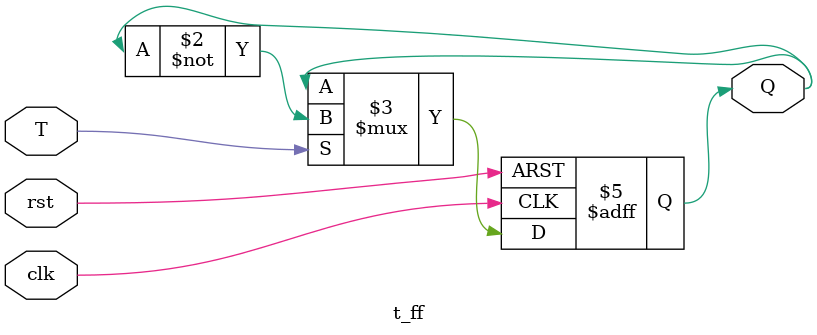
<source format=v>

module Synchronous_3bit_counter(
    input wire clk,
    input wire rst,
    output wire [2:0] out
);

    wire t1, t2, t3;
    wire [2:0] q;

    assign t1 = 1;
    assign t2 = q[0];
    assign t3 = q[1] & q[0];

    t_ff tff1(.clk(clk), .rst(rst), .T(t1), .Q(q[0]));
    t_ff tff2(.clk(clk), .rst(rst), .T(t2), .Q(q[1]));
    t_ff tff3(.clk(clk), .rst(rst), .T(t3), .Q(q[2]));

    assign out = q;

endmodule

module t_ff(input clk, rst, T, output reg Q);

    always @(posedge clk or posedge rst) begin
        if (rst)
            Q <= 1'b0;
        else begin
            if (T)
                Q <= ~Q;
        end
    end

endmodule

</source>
